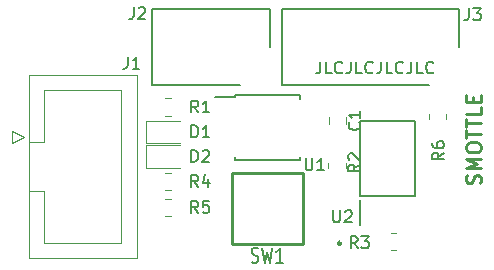
<source format=gto>
%TF.GenerationSoftware,KiCad,Pcbnew,(5.1.10)-1*%
%TF.CreationDate,2022-07-24T21:09:46+02:00*%
%TF.ProjectId,PCB,5043422e-6b69-4636-9164-5f7063625858,rev?*%
%TF.SameCoordinates,Original*%
%TF.FileFunction,Legend,Top*%
%TF.FilePolarity,Positive*%
%FSLAX46Y46*%
G04 Gerber Fmt 4.6, Leading zero omitted, Abs format (unit mm)*
G04 Created by KiCad (PCBNEW (5.1.10)-1) date 2022-07-24 21:09:46*
%MOMM*%
%LPD*%
G01*
G04 APERTURE LIST*
%ADD10C,0.250000*%
%ADD11C,0.150000*%
%ADD12C,0.120000*%
%ADD13C,0.200000*%
%ADD14C,0.254000*%
%ADD15C,3.200000*%
%ADD16C,1.600000*%
%ADD17R,1.600000X1.600000*%
%ADD18R,1.450000X2.100000*%
%ADD19R,1.700000X0.650000*%
%ADD20R,1.550000X1.300000*%
G04 APERTURE END LIST*
D10*
X176905952Y-134750000D02*
X176965476Y-134571428D01*
X176965476Y-134273809D01*
X176905952Y-134154761D01*
X176846428Y-134095238D01*
X176727380Y-134035714D01*
X176608333Y-134035714D01*
X176489285Y-134095238D01*
X176429761Y-134154761D01*
X176370238Y-134273809D01*
X176310714Y-134511904D01*
X176251190Y-134630952D01*
X176191666Y-134690476D01*
X176072619Y-134750000D01*
X175953571Y-134750000D01*
X175834523Y-134690476D01*
X175775000Y-134630952D01*
X175715476Y-134511904D01*
X175715476Y-134214285D01*
X175775000Y-134035714D01*
X176965476Y-133500000D02*
X175715476Y-133500000D01*
X176608333Y-133083333D01*
X175715476Y-132666666D01*
X176965476Y-132666666D01*
X175715476Y-131833333D02*
X175715476Y-131595238D01*
X175775000Y-131476190D01*
X175894047Y-131357142D01*
X176132142Y-131297619D01*
X176548809Y-131297619D01*
X176786904Y-131357142D01*
X176905952Y-131476190D01*
X176965476Y-131595238D01*
X176965476Y-131833333D01*
X176905952Y-131952380D01*
X176786904Y-132071428D01*
X176548809Y-132130952D01*
X176132142Y-132130952D01*
X175894047Y-132071428D01*
X175775000Y-131952380D01*
X175715476Y-131833333D01*
X175715476Y-130940476D02*
X175715476Y-130226190D01*
X176965476Y-130583333D02*
X175715476Y-130583333D01*
X175715476Y-129988095D02*
X175715476Y-129273809D01*
X176965476Y-129630952D02*
X175715476Y-129630952D01*
X176965476Y-128261904D02*
X176965476Y-128857142D01*
X175715476Y-128857142D01*
X176310714Y-127845238D02*
X176310714Y-127428571D01*
X176965476Y-127250000D02*
X176965476Y-127845238D01*
X175715476Y-127845238D01*
X175715476Y-127250000D01*
D11*
X163380952Y-124452380D02*
X163380952Y-125166666D01*
X163333333Y-125309523D01*
X163238095Y-125404761D01*
X163095238Y-125452380D01*
X163000000Y-125452380D01*
X164333333Y-125452380D02*
X163857142Y-125452380D01*
X163857142Y-124452380D01*
X165238095Y-125357142D02*
X165190476Y-125404761D01*
X165047619Y-125452380D01*
X164952380Y-125452380D01*
X164809523Y-125404761D01*
X164714285Y-125309523D01*
X164666666Y-125214285D01*
X164619047Y-125023809D01*
X164619047Y-124880952D01*
X164666666Y-124690476D01*
X164714285Y-124595238D01*
X164809523Y-124500000D01*
X164952380Y-124452380D01*
X165047619Y-124452380D01*
X165190476Y-124500000D01*
X165238095Y-124547619D01*
X165952380Y-124452380D02*
X165952380Y-125166666D01*
X165904761Y-125309523D01*
X165809523Y-125404761D01*
X165666666Y-125452380D01*
X165571428Y-125452380D01*
X166904761Y-125452380D02*
X166428571Y-125452380D01*
X166428571Y-124452380D01*
X167809523Y-125357142D02*
X167761904Y-125404761D01*
X167619047Y-125452380D01*
X167523809Y-125452380D01*
X167380952Y-125404761D01*
X167285714Y-125309523D01*
X167238095Y-125214285D01*
X167190476Y-125023809D01*
X167190476Y-124880952D01*
X167238095Y-124690476D01*
X167285714Y-124595238D01*
X167380952Y-124500000D01*
X167523809Y-124452380D01*
X167619047Y-124452380D01*
X167761904Y-124500000D01*
X167809523Y-124547619D01*
X168523809Y-124452380D02*
X168523809Y-125166666D01*
X168476190Y-125309523D01*
X168380952Y-125404761D01*
X168238095Y-125452380D01*
X168142857Y-125452380D01*
X169476190Y-125452380D02*
X169000000Y-125452380D01*
X169000000Y-124452380D01*
X170380952Y-125357142D02*
X170333333Y-125404761D01*
X170190476Y-125452380D01*
X170095238Y-125452380D01*
X169952380Y-125404761D01*
X169857142Y-125309523D01*
X169809523Y-125214285D01*
X169761904Y-125023809D01*
X169761904Y-124880952D01*
X169809523Y-124690476D01*
X169857142Y-124595238D01*
X169952380Y-124500000D01*
X170095238Y-124452380D01*
X170190476Y-124452380D01*
X170333333Y-124500000D01*
X170380952Y-124547619D01*
X171095238Y-124452380D02*
X171095238Y-125166666D01*
X171047619Y-125309523D01*
X170952380Y-125404761D01*
X170809523Y-125452380D01*
X170714285Y-125452380D01*
X172047619Y-125452380D02*
X171571428Y-125452380D01*
X171571428Y-124452380D01*
X172952380Y-125357142D02*
X172904761Y-125404761D01*
X172761904Y-125452380D01*
X172666666Y-125452380D01*
X172523809Y-125404761D01*
X172428571Y-125309523D01*
X172380952Y-125214285D01*
X172333333Y-125023809D01*
X172333333Y-124880952D01*
X172380952Y-124690476D01*
X172428571Y-124595238D01*
X172523809Y-124500000D01*
X172666666Y-124452380D01*
X172761904Y-124452380D01*
X172904761Y-124500000D01*
X172952380Y-124547619D01*
D12*
%TO.C,C1*%
X165560000Y-129176248D02*
X165560000Y-129698752D01*
X164090000Y-129176248D02*
X164090000Y-129698752D01*
%TO.C,J1*%
X137320000Y-131300000D02*
X138320000Y-130800000D01*
X137320000Y-130300000D02*
X137320000Y-131300000D01*
X138320000Y-130800000D02*
X137320000Y-130300000D01*
X140020000Y-135390000D02*
X138710000Y-135390000D01*
X140020000Y-135390000D02*
X140020000Y-135390000D01*
X140020000Y-139790000D02*
X140020000Y-135390000D01*
X146520000Y-139790000D02*
X140020000Y-139790000D01*
X146520000Y-126890000D02*
X146520000Y-139790000D01*
X140020000Y-126890000D02*
X146520000Y-126890000D01*
X140020000Y-131290000D02*
X140020000Y-126890000D01*
X138710000Y-131290000D02*
X140020000Y-131290000D01*
X138710000Y-141090000D02*
X138710000Y-125590000D01*
X147830000Y-141090000D02*
X138710000Y-141090000D01*
X147830000Y-125590000D02*
X147830000Y-141090000D01*
X138710000Y-125590000D02*
X147830000Y-125590000D01*
D13*
%TO.C,J3*%
X172600000Y-126400000D02*
X160100000Y-126400000D01*
X160100000Y-126400000D02*
X160100000Y-120000000D01*
X160100000Y-120000000D02*
X175100000Y-120000000D01*
X175100000Y-120000000D02*
X175100000Y-123200000D01*
%TO.C,J2*%
X159100000Y-120000000D02*
X159100000Y-123200000D01*
X149100000Y-120000000D02*
X159100000Y-120000000D01*
X149100000Y-126400000D02*
X149100000Y-120000000D01*
X156600000Y-126400000D02*
X149100000Y-126400000D01*
%TO.C,U2*%
X166770000Y-135800000D02*
X166770000Y-129500000D01*
X166770000Y-129500000D02*
X171370000Y-129500000D01*
X171370000Y-129500000D02*
X171370000Y-135800000D01*
X171370000Y-135800000D02*
X166770000Y-135800000D01*
X166725000Y-138250000D02*
X166725000Y-136150000D01*
D11*
%TO.C,U1*%
X156200000Y-127485000D02*
X154450000Y-127485000D01*
X156200000Y-132790000D02*
X161700000Y-132790000D01*
X156200000Y-127280000D02*
X161700000Y-127280000D01*
X156200000Y-132790000D02*
X156200000Y-132490000D01*
X161700000Y-132790000D02*
X161700000Y-132490000D01*
X161700000Y-127280000D02*
X161700000Y-127580000D01*
X156200000Y-127280000D02*
X156200000Y-127485000D01*
D14*
%TO.C,SW1*%
X161900000Y-133900000D02*
X155900000Y-133900000D01*
X155900000Y-133900000D02*
X155900000Y-139900000D01*
X155900000Y-139900000D02*
X161900000Y-139900000D01*
X161900000Y-139900000D02*
X161900000Y-133900000D01*
X165128900Y-139839000D02*
G75*
G03*
X165128900Y-139839000I-120900J0D01*
G01*
D12*
%TO.C,R6*%
X172565000Y-128872936D02*
X172565000Y-129327064D01*
X174035000Y-128872936D02*
X174035000Y-129327064D01*
%TO.C,R5*%
X150272936Y-137535000D02*
X150727064Y-137535000D01*
X150272936Y-136065000D02*
X150727064Y-136065000D01*
%TO.C,R4*%
X150272936Y-135335000D02*
X150727064Y-135335000D01*
X150272936Y-133865000D02*
X150727064Y-133865000D01*
%TO.C,R3*%
X169372936Y-140435000D02*
X169827064Y-140435000D01*
X169372936Y-138965000D02*
X169827064Y-138965000D01*
%TO.C,R2*%
X165535000Y-133477064D02*
X165535000Y-133022936D01*
X164065000Y-133477064D02*
X164065000Y-133022936D01*
%TO.C,R1*%
X150727064Y-127565000D02*
X150272936Y-127565000D01*
X150727064Y-129035000D02*
X150272936Y-129035000D01*
%TO.C,D2*%
X148615000Y-133460000D02*
X151475000Y-133460000D01*
X148615000Y-131540000D02*
X148615000Y-133460000D01*
X151475000Y-131540000D02*
X148615000Y-131540000D01*
%TO.C,D1*%
X148615000Y-131360000D02*
X151475000Y-131360000D01*
X148615000Y-129440000D02*
X148615000Y-131360000D01*
X151475000Y-129440000D02*
X148615000Y-129440000D01*
%TO.C,C1*%
D11*
X166682142Y-129604166D02*
X166729761Y-129651785D01*
X166777380Y-129794642D01*
X166777380Y-129889880D01*
X166729761Y-130032738D01*
X166634523Y-130127976D01*
X166539285Y-130175595D01*
X166348809Y-130223214D01*
X166205952Y-130223214D01*
X166015476Y-130175595D01*
X165920238Y-130127976D01*
X165825000Y-130032738D01*
X165777380Y-129889880D01*
X165777380Y-129794642D01*
X165825000Y-129651785D01*
X165872619Y-129604166D01*
X166777380Y-128651785D02*
X166777380Y-129223214D01*
X166777380Y-128937500D02*
X165777380Y-128937500D01*
X165920238Y-129032738D01*
X166015476Y-129127976D01*
X166063095Y-129223214D01*
%TO.C,J1*%
X147066666Y-124052380D02*
X147066666Y-124766666D01*
X147019047Y-124909523D01*
X146923809Y-125004761D01*
X146780952Y-125052380D01*
X146685714Y-125052380D01*
X148066666Y-125052380D02*
X147495238Y-125052380D01*
X147780952Y-125052380D02*
X147780952Y-124052380D01*
X147685714Y-124195238D01*
X147590476Y-124290476D01*
X147495238Y-124338095D01*
%TO.C,J3*%
X175966666Y-119952380D02*
X175966666Y-120666666D01*
X175919047Y-120809523D01*
X175823809Y-120904761D01*
X175680952Y-120952380D01*
X175585714Y-120952380D01*
X176347619Y-119952380D02*
X176966666Y-119952380D01*
X176633333Y-120333333D01*
X176776190Y-120333333D01*
X176871428Y-120380952D01*
X176919047Y-120428571D01*
X176966666Y-120523809D01*
X176966666Y-120761904D01*
X176919047Y-120857142D01*
X176871428Y-120904761D01*
X176776190Y-120952380D01*
X176490476Y-120952380D01*
X176395238Y-120904761D01*
X176347619Y-120857142D01*
%TO.C,J2*%
X147566666Y-119852380D02*
X147566666Y-120566666D01*
X147519047Y-120709523D01*
X147423809Y-120804761D01*
X147280952Y-120852380D01*
X147185714Y-120852380D01*
X147995238Y-119947619D02*
X148042857Y-119900000D01*
X148138095Y-119852380D01*
X148376190Y-119852380D01*
X148471428Y-119900000D01*
X148519047Y-119947619D01*
X148566666Y-120042857D01*
X148566666Y-120138095D01*
X148519047Y-120280952D01*
X147947619Y-120852380D01*
X148566666Y-120852380D01*
%TO.C,U2*%
X164478095Y-137052380D02*
X164478095Y-137861904D01*
X164525714Y-137957142D01*
X164573333Y-138004761D01*
X164668571Y-138052380D01*
X164859047Y-138052380D01*
X164954285Y-138004761D01*
X165001904Y-137957142D01*
X165049523Y-137861904D01*
X165049523Y-137052380D01*
X165478095Y-137147619D02*
X165525714Y-137100000D01*
X165620952Y-137052380D01*
X165859047Y-137052380D01*
X165954285Y-137100000D01*
X166001904Y-137147619D01*
X166049523Y-137242857D01*
X166049523Y-137338095D01*
X166001904Y-137480952D01*
X165430476Y-138052380D01*
X166049523Y-138052380D01*
%TO.C,U1*%
X162138095Y-132652380D02*
X162138095Y-133461904D01*
X162185714Y-133557142D01*
X162233333Y-133604761D01*
X162328571Y-133652380D01*
X162519047Y-133652380D01*
X162614285Y-133604761D01*
X162661904Y-133557142D01*
X162709523Y-133461904D01*
X162709523Y-132652380D01*
X163709523Y-133652380D02*
X163138095Y-133652380D01*
X163423809Y-133652380D02*
X163423809Y-132652380D01*
X163328571Y-132795238D01*
X163233333Y-132890476D01*
X163138095Y-132938095D01*
%TO.C,SW1*%
X157566666Y-141414047D02*
X157709523Y-141474523D01*
X157947619Y-141474523D01*
X158042857Y-141414047D01*
X158090476Y-141353571D01*
X158138095Y-141232619D01*
X158138095Y-141111666D01*
X158090476Y-140990714D01*
X158042857Y-140930238D01*
X157947619Y-140869761D01*
X157757142Y-140809285D01*
X157661904Y-140748809D01*
X157614285Y-140688333D01*
X157566666Y-140567380D01*
X157566666Y-140446428D01*
X157614285Y-140325476D01*
X157661904Y-140265000D01*
X157757142Y-140204523D01*
X157995238Y-140204523D01*
X158138095Y-140265000D01*
X158471428Y-140204523D02*
X158709523Y-141474523D01*
X158900000Y-140567380D01*
X159090476Y-141474523D01*
X159328571Y-140204523D01*
X160233333Y-141474523D02*
X159661904Y-141474523D01*
X159947619Y-141474523D02*
X159947619Y-140204523D01*
X159852380Y-140385952D01*
X159757142Y-140506904D01*
X159661904Y-140567380D01*
%TO.C,R6*%
X173852380Y-132166666D02*
X173376190Y-132500000D01*
X173852380Y-132738095D02*
X172852380Y-132738095D01*
X172852380Y-132357142D01*
X172900000Y-132261904D01*
X172947619Y-132214285D01*
X173042857Y-132166666D01*
X173185714Y-132166666D01*
X173280952Y-132214285D01*
X173328571Y-132261904D01*
X173376190Y-132357142D01*
X173376190Y-132738095D01*
X172852380Y-131309523D02*
X172852380Y-131500000D01*
X172900000Y-131595238D01*
X172947619Y-131642857D01*
X173090476Y-131738095D01*
X173280952Y-131785714D01*
X173661904Y-131785714D01*
X173757142Y-131738095D01*
X173804761Y-131690476D01*
X173852380Y-131595238D01*
X173852380Y-131404761D01*
X173804761Y-131309523D01*
X173757142Y-131261904D01*
X173661904Y-131214285D01*
X173423809Y-131214285D01*
X173328571Y-131261904D01*
X173280952Y-131309523D01*
X173233333Y-131404761D01*
X173233333Y-131595238D01*
X173280952Y-131690476D01*
X173328571Y-131738095D01*
X173423809Y-131785714D01*
%TO.C,R5*%
X153033333Y-137252380D02*
X152700000Y-136776190D01*
X152461904Y-137252380D02*
X152461904Y-136252380D01*
X152842857Y-136252380D01*
X152938095Y-136300000D01*
X152985714Y-136347619D01*
X153033333Y-136442857D01*
X153033333Y-136585714D01*
X152985714Y-136680952D01*
X152938095Y-136728571D01*
X152842857Y-136776190D01*
X152461904Y-136776190D01*
X153938095Y-136252380D02*
X153461904Y-136252380D01*
X153414285Y-136728571D01*
X153461904Y-136680952D01*
X153557142Y-136633333D01*
X153795238Y-136633333D01*
X153890476Y-136680952D01*
X153938095Y-136728571D01*
X153985714Y-136823809D01*
X153985714Y-137061904D01*
X153938095Y-137157142D01*
X153890476Y-137204761D01*
X153795238Y-137252380D01*
X153557142Y-137252380D01*
X153461904Y-137204761D01*
X153414285Y-137157142D01*
%TO.C,R4*%
X153033333Y-135052380D02*
X152700000Y-134576190D01*
X152461904Y-135052380D02*
X152461904Y-134052380D01*
X152842857Y-134052380D01*
X152938095Y-134100000D01*
X152985714Y-134147619D01*
X153033333Y-134242857D01*
X153033333Y-134385714D01*
X152985714Y-134480952D01*
X152938095Y-134528571D01*
X152842857Y-134576190D01*
X152461904Y-134576190D01*
X153890476Y-134385714D02*
X153890476Y-135052380D01*
X153652380Y-134004761D02*
X153414285Y-134719047D01*
X154033333Y-134719047D01*
%TO.C,R3*%
X166533333Y-140252380D02*
X166200000Y-139776190D01*
X165961904Y-140252380D02*
X165961904Y-139252380D01*
X166342857Y-139252380D01*
X166438095Y-139300000D01*
X166485714Y-139347619D01*
X166533333Y-139442857D01*
X166533333Y-139585714D01*
X166485714Y-139680952D01*
X166438095Y-139728571D01*
X166342857Y-139776190D01*
X165961904Y-139776190D01*
X166866666Y-139252380D02*
X167485714Y-139252380D01*
X167152380Y-139633333D01*
X167295238Y-139633333D01*
X167390476Y-139680952D01*
X167438095Y-139728571D01*
X167485714Y-139823809D01*
X167485714Y-140061904D01*
X167438095Y-140157142D01*
X167390476Y-140204761D01*
X167295238Y-140252380D01*
X167009523Y-140252380D01*
X166914285Y-140204761D01*
X166866666Y-140157142D01*
%TO.C,R2*%
X166752380Y-133166666D02*
X166276190Y-133500000D01*
X166752380Y-133738095D02*
X165752380Y-133738095D01*
X165752380Y-133357142D01*
X165800000Y-133261904D01*
X165847619Y-133214285D01*
X165942857Y-133166666D01*
X166085714Y-133166666D01*
X166180952Y-133214285D01*
X166228571Y-133261904D01*
X166276190Y-133357142D01*
X166276190Y-133738095D01*
X165847619Y-132785714D02*
X165800000Y-132738095D01*
X165752380Y-132642857D01*
X165752380Y-132404761D01*
X165800000Y-132309523D01*
X165847619Y-132261904D01*
X165942857Y-132214285D01*
X166038095Y-132214285D01*
X166180952Y-132261904D01*
X166752380Y-132833333D01*
X166752380Y-132214285D01*
%TO.C,R1*%
X153033333Y-128752380D02*
X152700000Y-128276190D01*
X152461904Y-128752380D02*
X152461904Y-127752380D01*
X152842857Y-127752380D01*
X152938095Y-127800000D01*
X152985714Y-127847619D01*
X153033333Y-127942857D01*
X153033333Y-128085714D01*
X152985714Y-128180952D01*
X152938095Y-128228571D01*
X152842857Y-128276190D01*
X152461904Y-128276190D01*
X153985714Y-128752380D02*
X153414285Y-128752380D01*
X153700000Y-128752380D02*
X153700000Y-127752380D01*
X153604761Y-127895238D01*
X153509523Y-127990476D01*
X153414285Y-128038095D01*
%TO.C,D2*%
X152461904Y-132952380D02*
X152461904Y-131952380D01*
X152700000Y-131952380D01*
X152842857Y-132000000D01*
X152938095Y-132095238D01*
X152985714Y-132190476D01*
X153033333Y-132380952D01*
X153033333Y-132523809D01*
X152985714Y-132714285D01*
X152938095Y-132809523D01*
X152842857Y-132904761D01*
X152700000Y-132952380D01*
X152461904Y-132952380D01*
X153414285Y-132047619D02*
X153461904Y-132000000D01*
X153557142Y-131952380D01*
X153795238Y-131952380D01*
X153890476Y-132000000D01*
X153938095Y-132047619D01*
X153985714Y-132142857D01*
X153985714Y-132238095D01*
X153938095Y-132380952D01*
X153366666Y-132952380D01*
X153985714Y-132952380D01*
%TO.C,D1*%
X152461904Y-130852380D02*
X152461904Y-129852380D01*
X152700000Y-129852380D01*
X152842857Y-129900000D01*
X152938095Y-129995238D01*
X152985714Y-130090476D01*
X153033333Y-130280952D01*
X153033333Y-130423809D01*
X152985714Y-130614285D01*
X152938095Y-130709523D01*
X152842857Y-130804761D01*
X152700000Y-130852380D01*
X152461904Y-130852380D01*
X153985714Y-130852380D02*
X153414285Y-130852380D01*
X153700000Y-130852380D02*
X153700000Y-129852380D01*
X153604761Y-129995238D01*
X153509523Y-130090476D01*
X153414285Y-130138095D01*
%TD*%
%LPC*%
%TO.C,C1*%
G36*
G01*
X164350000Y-129887500D02*
X165300000Y-129887500D01*
G75*
G02*
X165550000Y-130137500I0J-250000D01*
G01*
X165550000Y-130812500D01*
G75*
G02*
X165300000Y-131062500I-250000J0D01*
G01*
X164350000Y-131062500D01*
G75*
G02*
X164100000Y-130812500I0J250000D01*
G01*
X164100000Y-130137500D01*
G75*
G02*
X164350000Y-129887500I250000J0D01*
G01*
G37*
G36*
G01*
X164350000Y-127812500D02*
X165300000Y-127812500D01*
G75*
G02*
X165550000Y-128062500I0J-250000D01*
G01*
X165550000Y-128737500D01*
G75*
G02*
X165300000Y-128987500I-250000J0D01*
G01*
X164350000Y-128987500D01*
G75*
G02*
X164100000Y-128737500I0J250000D01*
G01*
X164100000Y-128062500D01*
G75*
G02*
X164350000Y-127812500I250000J0D01*
G01*
G37*
%TD*%
D15*
%TO.C,MH1*%
X141100000Y-122100000D03*
%TD*%
%TO.C,MH2*%
X174800000Y-138900000D03*
%TD*%
D16*
%TO.C,J1*%
X144540000Y-135880000D03*
X144540000Y-133340000D03*
X144540000Y-130800000D03*
X142000000Y-135880000D03*
X142000000Y-133340000D03*
G36*
G01*
X141200000Y-131364800D02*
X141200000Y-130235200D01*
G75*
G02*
X141435200Y-130000000I235200J0D01*
G01*
X142564800Y-130000000D01*
G75*
G02*
X142800000Y-130235200I0J-235200D01*
G01*
X142800000Y-131364800D01*
G75*
G02*
X142564800Y-131600000I-235200J0D01*
G01*
X141435200Y-131600000D01*
G75*
G02*
X141200000Y-131364800I0J235200D01*
G01*
G37*
%TD*%
%TO.C,J3*%
X162600000Y-123200000D03*
X165100000Y-123200000D03*
X167600000Y-123200000D03*
X170100000Y-123200000D03*
D17*
X172600000Y-123200000D03*
%TD*%
%TO.C,J2*%
X156600000Y-123200000D03*
D16*
X154100000Y-123200000D03*
X151600000Y-123200000D03*
%TD*%
D18*
%TO.C,U2*%
X167800000Y-128100000D03*
X170340000Y-128100000D03*
X170340000Y-137200000D03*
X167800000Y-137200000D03*
%TD*%
D19*
%TO.C,U1*%
X162600000Y-128130000D03*
X162600000Y-129400000D03*
X162600000Y-130670000D03*
X162600000Y-131940000D03*
X155300000Y-131940000D03*
X155300000Y-130670000D03*
X155300000Y-129400000D03*
X155300000Y-128130000D03*
%TD*%
D20*
%TO.C,SW1*%
X154925000Y-134650000D03*
X162875000Y-134650000D03*
X154925000Y-139150000D03*
X162875000Y-139150000D03*
%TD*%
%TO.C,R6*%
G36*
G01*
X172849999Y-129500000D02*
X173750001Y-129500000D01*
G75*
G02*
X174000000Y-129749999I0J-249999D01*
G01*
X174000000Y-130450001D01*
G75*
G02*
X173750001Y-130700000I-249999J0D01*
G01*
X172849999Y-130700000D01*
G75*
G02*
X172600000Y-130450001I0J249999D01*
G01*
X172600000Y-129749999D01*
G75*
G02*
X172849999Y-129500000I249999J0D01*
G01*
G37*
G36*
G01*
X172849999Y-127500000D02*
X173750001Y-127500000D01*
G75*
G02*
X174000000Y-127749999I0J-249999D01*
G01*
X174000000Y-128450001D01*
G75*
G02*
X173750001Y-128700000I-249999J0D01*
G01*
X172849999Y-128700000D01*
G75*
G02*
X172600000Y-128450001I0J249999D01*
G01*
X172600000Y-127749999D01*
G75*
G02*
X172849999Y-127500000I249999J0D01*
G01*
G37*
%TD*%
%TO.C,R5*%
G36*
G01*
X150900000Y-137250001D02*
X150900000Y-136349999D01*
G75*
G02*
X151149999Y-136100000I249999J0D01*
G01*
X151850001Y-136100000D01*
G75*
G02*
X152100000Y-136349999I0J-249999D01*
G01*
X152100000Y-137250001D01*
G75*
G02*
X151850001Y-137500000I-249999J0D01*
G01*
X151149999Y-137500000D01*
G75*
G02*
X150900000Y-137250001I0J249999D01*
G01*
G37*
G36*
G01*
X148900000Y-137250001D02*
X148900000Y-136349999D01*
G75*
G02*
X149149999Y-136100000I249999J0D01*
G01*
X149850001Y-136100000D01*
G75*
G02*
X150100000Y-136349999I0J-249999D01*
G01*
X150100000Y-137250001D01*
G75*
G02*
X149850001Y-137500000I-249999J0D01*
G01*
X149149999Y-137500000D01*
G75*
G02*
X148900000Y-137250001I0J249999D01*
G01*
G37*
%TD*%
%TO.C,R4*%
G36*
G01*
X150900000Y-135050001D02*
X150900000Y-134149999D01*
G75*
G02*
X151149999Y-133900000I249999J0D01*
G01*
X151850001Y-133900000D01*
G75*
G02*
X152100000Y-134149999I0J-249999D01*
G01*
X152100000Y-135050001D01*
G75*
G02*
X151850001Y-135300000I-249999J0D01*
G01*
X151149999Y-135300000D01*
G75*
G02*
X150900000Y-135050001I0J249999D01*
G01*
G37*
G36*
G01*
X148900000Y-135050001D02*
X148900000Y-134149999D01*
G75*
G02*
X149149999Y-133900000I249999J0D01*
G01*
X149850001Y-133900000D01*
G75*
G02*
X150100000Y-134149999I0J-249999D01*
G01*
X150100000Y-135050001D01*
G75*
G02*
X149850001Y-135300000I-249999J0D01*
G01*
X149149999Y-135300000D01*
G75*
G02*
X148900000Y-135050001I0J249999D01*
G01*
G37*
%TD*%
%TO.C,R3*%
G36*
G01*
X170000000Y-140150001D02*
X170000000Y-139249999D01*
G75*
G02*
X170249999Y-139000000I249999J0D01*
G01*
X170950001Y-139000000D01*
G75*
G02*
X171200000Y-139249999I0J-249999D01*
G01*
X171200000Y-140150001D01*
G75*
G02*
X170950001Y-140400000I-249999J0D01*
G01*
X170249999Y-140400000D01*
G75*
G02*
X170000000Y-140150001I0J249999D01*
G01*
G37*
G36*
G01*
X168000000Y-140150001D02*
X168000000Y-139249999D01*
G75*
G02*
X168249999Y-139000000I249999J0D01*
G01*
X168950001Y-139000000D01*
G75*
G02*
X169200000Y-139249999I0J-249999D01*
G01*
X169200000Y-140150001D01*
G75*
G02*
X168950001Y-140400000I-249999J0D01*
G01*
X168249999Y-140400000D01*
G75*
G02*
X168000000Y-140150001I0J249999D01*
G01*
G37*
%TD*%
%TO.C,R2*%
G36*
G01*
X165250001Y-132850000D02*
X164349999Y-132850000D01*
G75*
G02*
X164100000Y-132600001I0J249999D01*
G01*
X164100000Y-131899999D01*
G75*
G02*
X164349999Y-131650000I249999J0D01*
G01*
X165250001Y-131650000D01*
G75*
G02*
X165500000Y-131899999I0J-249999D01*
G01*
X165500000Y-132600001D01*
G75*
G02*
X165250001Y-132850000I-249999J0D01*
G01*
G37*
G36*
G01*
X165250001Y-134850000D02*
X164349999Y-134850000D01*
G75*
G02*
X164100000Y-134600001I0J249999D01*
G01*
X164100000Y-133899999D01*
G75*
G02*
X164349999Y-133650000I249999J0D01*
G01*
X165250001Y-133650000D01*
G75*
G02*
X165500000Y-133899999I0J-249999D01*
G01*
X165500000Y-134600001D01*
G75*
G02*
X165250001Y-134850000I-249999J0D01*
G01*
G37*
%TD*%
%TO.C,R1*%
G36*
G01*
X150100000Y-127849999D02*
X150100000Y-128750001D01*
G75*
G02*
X149850001Y-129000000I-249999J0D01*
G01*
X149149999Y-129000000D01*
G75*
G02*
X148900000Y-128750001I0J249999D01*
G01*
X148900000Y-127849999D01*
G75*
G02*
X149149999Y-127600000I249999J0D01*
G01*
X149850001Y-127600000D01*
G75*
G02*
X150100000Y-127849999I0J-249999D01*
G01*
G37*
G36*
G01*
X152100000Y-127849999D02*
X152100000Y-128750001D01*
G75*
G02*
X151850001Y-129000000I-249999J0D01*
G01*
X151149999Y-129000000D01*
G75*
G02*
X150900000Y-128750001I0J249999D01*
G01*
X150900000Y-127849999D01*
G75*
G02*
X151149999Y-127600000I249999J0D01*
G01*
X151850001Y-127600000D01*
G75*
G02*
X152100000Y-127849999I0J-249999D01*
G01*
G37*
%TD*%
%TO.C,D2*%
G36*
G01*
X150925000Y-132950001D02*
X150925000Y-132049999D01*
G75*
G02*
X151174999Y-131800000I249999J0D01*
G01*
X151825001Y-131800000D01*
G75*
G02*
X152075000Y-132049999I0J-249999D01*
G01*
X152075000Y-132950001D01*
G75*
G02*
X151825001Y-133200000I-249999J0D01*
G01*
X151174999Y-133200000D01*
G75*
G02*
X150925000Y-132950001I0J249999D01*
G01*
G37*
G36*
G01*
X148875000Y-132950001D02*
X148875000Y-132049999D01*
G75*
G02*
X149124999Y-131800000I249999J0D01*
G01*
X149775001Y-131800000D01*
G75*
G02*
X150025000Y-132049999I0J-249999D01*
G01*
X150025000Y-132950001D01*
G75*
G02*
X149775001Y-133200000I-249999J0D01*
G01*
X149124999Y-133200000D01*
G75*
G02*
X148875000Y-132950001I0J249999D01*
G01*
G37*
%TD*%
%TO.C,D1*%
G36*
G01*
X150925000Y-130850001D02*
X150925000Y-129949999D01*
G75*
G02*
X151174999Y-129700000I249999J0D01*
G01*
X151825001Y-129700000D01*
G75*
G02*
X152075000Y-129949999I0J-249999D01*
G01*
X152075000Y-130850001D01*
G75*
G02*
X151825001Y-131100000I-249999J0D01*
G01*
X151174999Y-131100000D01*
G75*
G02*
X150925000Y-130850001I0J249999D01*
G01*
G37*
G36*
G01*
X148875000Y-130850001D02*
X148875000Y-129949999D01*
G75*
G02*
X149124999Y-129700000I249999J0D01*
G01*
X149775001Y-129700000D01*
G75*
G02*
X150025000Y-129949999I0J-249999D01*
G01*
X150025000Y-130850001D01*
G75*
G02*
X149775001Y-131100000I-249999J0D01*
G01*
X149124999Y-131100000D01*
G75*
G02*
X148875000Y-130850001I0J249999D01*
G01*
G37*
%TD*%
M02*

</source>
